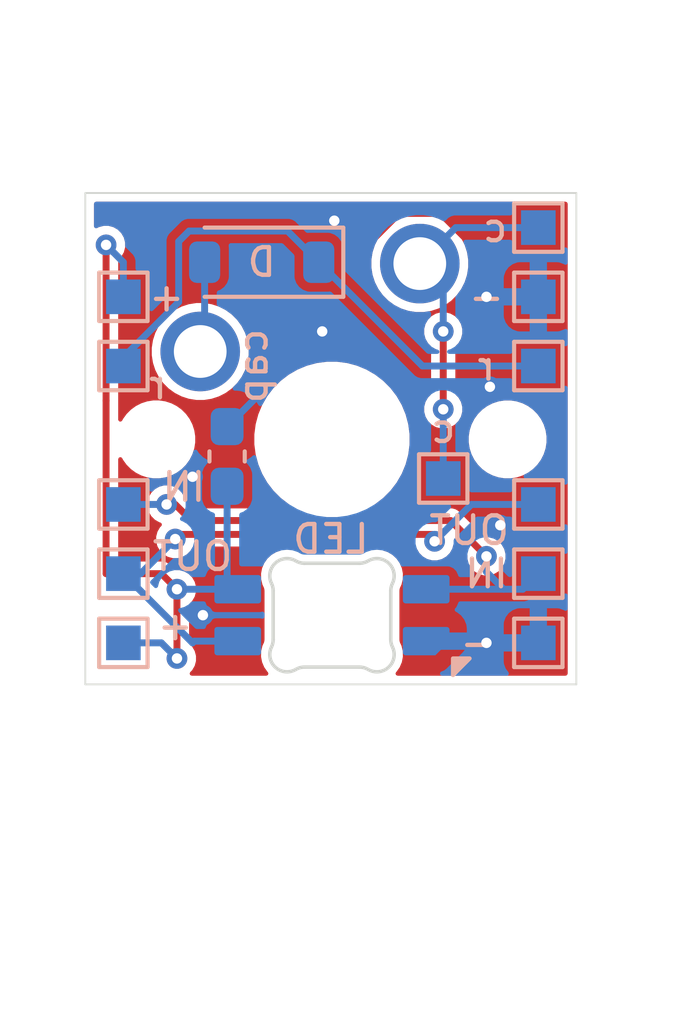
<source format=kicad_pcb>
(kicad_pcb (version 20241229) (generator "pcbnew") (generator_version "9.0")
  (layers (0 "F.Cu" signal) (2 "B.Cu" signal) (13 "F.Paste" user) (15 "B.Paste" user) (5 "F.SilkS" user "F.Silkscreen") (7 "B.SilkS" user "B.Silkscreen") (1 "F.Mask" user) (3 "B.Mask" user) (25 "Edge.Cuts" user))
  (net 0 "")
  (net 1 "Net-(D1-A)")
  (net 2 "/row")
  (net 3 "/col")
  (net 4 "/DIN")
  (net 5 "/DOUT")
  (net 6 "VSS")
  (net 7 "VDD")
  (footprint "PCM_marbastlib-mx:SW_MX_1u" (layer "F.Cu") (at 138.0325 96.62)
    (property "Reference" "MX1" (hide yes))
    (property "Value" "MX_SW_solder" (hide yes))
    (pad "" np_thru_hole circle (at -5.08 0) (size 1.75 1.75) (drill 1.75) (layers "*.Cu" "*.Mask"))
    (pad "" np_thru_hole circle (at 0 0) (size 3.9878 3.9878) (drill 3.9878) (layers "*.Cu" "*.Mask"))
    (pad "" np_thru_hole circle (at 5.08 0) (size 1.75 1.75) (drill 1.75) (layers "*.Cu" "*.Mask"))
    (pad "1" thru_hole circle (at -3.81 -2.54) (size 2.3 2.3) (drill 1.524) (layers "*.Cu" "B.Mask") (net 1 "Net-(D1-A)"))
    (pad "2" thru_hole circle (at 2.54 -5.08) (size 2.3 2.3) (drill 1.524) (layers "*.Cu" "B.Mask") (net 3 "/col"))
  )
  (footprint "PCM_marbastlib-mx:LED_MX_6028R" (layer "B.Cu") (at 138.0325 101.7 180)
    (property "Reference" "LED" (at 0.0325 2.2 0) (layer "B.SilkS") (effects (font (size 0.8 0.8) (thickness 0.125)) (justify mirror)))
    (property "Value" "MX_SK6812MINI-E" (hide yes))
    (fp_poly (pts (xy -3.5 -1.25) (xy -3.5 -1.73) (xy -3.98 -1.25) (xy -3.5 -1.25)) (stroke (width 0.12)) (fill yes) (layer "B.SilkS"))
    (fp_line (start 1.699999 -0.702841) (end 1.699999 0.702843) (stroke (width 0.1)) (layer "Edge.Cuts"))
    (fp_line (start 0.794452 1.5) (end -0.794453 1.5) (stroke (width 0.1)) (layer "Edge.Cuts"))
    (fp_line (start -0.794452 -1.499999) (end 0.794452 -1.499999) (stroke (width 0.1)) (layer "Edge.Cuts"))
    (fp_line (start -1.699999 0.702843) (end -1.699999 -0.702841) (stroke (width 0.1)) (layer "Edge.Cuts"))
    (fp_arc (start 1.749484 0.919721) (mid 1.712526 0.814069) (end 1.699999 0.702843) (stroke (width 0.1)) (layer "Edge.Cuts"))
    (fp_arc (start 1.749484 0.919721) (mid 1.638072 1.504036) (end 1.046711 1.5683) (stroke (width 0.1)) (layer "Edge.Cuts"))
    (fp_arc (start 1.699999 -0.702842) (mid 1.712536 -0.814064) (end 1.749484 -0.919719) (stroke (width 0.1)) (layer "Edge.Cuts"))
    (fp_arc (start 1.046711 -1.568296) (mid 1.63807 -1.504033) (end 1.749484 -0.919719) (stroke (width 0.1)) (layer "Edge.Cuts"))
    (fp_arc (start 1.04671 -1.568298) (mid 0.925122 -1.517376) (end 0.794452 -1.499999) (stroke (width 0.1)) (layer "Edge.Cuts"))
    (fp_arc (start 0.794453 1.500001) (mid 0.925123 1.517378) (end 1.046711 1.5683) (stroke (width 0.1)) (layer "Edge.Cuts"))
    (fp_arc (start -0.794452 -1.499999) (mid -0.925123 -1.517376) (end -1.046711 -1.568298) (stroke (width 0.1)) (layer "Edge.Cuts"))
    (fp_arc (start -1.046711 1.568299) (mid -0.925123 1.517377) (end -0.794453 1.5) (stroke (width 0.1)) (layer "Edge.Cuts"))
    (fp_arc (start -1.046711 1.568299) (mid -1.63807 1.504035) (end -1.749484 0.919721) (stroke (width 0.1)) (layer "Edge.Cuts"))
    (fp_arc (start -1.699999 0.702844) (mid -1.712527 0.814069) (end -1.749484 0.919721) (stroke (width 0.1)) (layer "Edge.Cuts"))
    (fp_arc (start -1.749484 -0.919718) (mid -1.638072 -1.504034) (end -1.046711 -1.568298) (stroke (width 0.1)) (layer "Edge.Cuts"))
    (fp_arc (start -1.749484 -0.919719) (mid -1.712527 -0.814067) (end -1.699999 -0.702841) (stroke (width 0.1)) (layer "Edge.Cuts"))
    (pad "1" smd roundrect (at 2.725 0.75 90) (size 0.82 1.35) (layers "B.Cu" "B.Mask" "B.Paste") (roundrect_rratio 0.1) (net 7 "VDD"))
    (pad "2" smd roundrect (at 2.725 -0.75 90) (size 0.82 1.35) (layers "B.Cu" "B.Mask" "B.Paste") (roundrect_rratio 0.1) (net 5 "/DOUT"))
    (pad "3" smd roundrect (at -2.725 0.75 90) (size 0.82 1.35) (layers "B.Cu" "B.Mask" "B.Paste") (roundrect_rratio 0.1) (net 4 "/DIN"))
    (pad "4" smd roundrect (at -2.725 -0.75 90) (size 0.82 1.35) (layers "B.Cu" "B.Mask" "B.Paste") (roundrect_rratio 0.1) (chamfer_ratio 0.5) (chamfer bottom_left) (net 6 "VSS"))
  )
  (footprint "TestPoint:TestPoint_Pad_1.0x1.0mm" (layer "B.Cu") (at 144 100.5 180)
    (property "Reference" "IN" (at 1.5 0 0) (layer "B.SilkS") (effects (font (size 0.8 0.8) (thickness 0.125) (bold yes)) (justify mirror)))
    (property "Value" "DIN right")
    (fp_line (start 0.7 0.7) (end 0.7 -0.7) (stroke (width 0.12)) (layer "B.SilkS"))
    (fp_line (start 0.7 -0.7) (end -0.7 -0.7) (stroke (width 0.12)) (layer "B.SilkS"))
    (fp_line (start -0.7 0.7) (end 0.7 0.7) (stroke (width 0.12)) (layer "B.SilkS"))
    (fp_line (start -0.7 -0.7) (end -0.7 0.7) (stroke (width 0.12)) (layer "B.SilkS"))
    (pad "1" smd rect (at 0 0 180) (size 1 1) (layers "B.Cu" "B.Mask") (net 4 "/DIN"))
  )
  (footprint "TestPoint:TestPoint_Pad_1.0x1.0mm" (layer "B.Cu") (at 144 98.5 180)
    (property "Reference" "OUT" (at 2 -0.75 0) (layer "B.SilkS") (effects (font (size 0.8 0.8) (thickness 0.125) (bold yes)) (justify mirror)))
    (property "Value" "DOUT right")
    (fp_line (start 0.7 0.7) (end 0.7 -0.7) (stroke (width 0.12)) (layer "B.SilkS"))
    (fp_line (start 0.7 -0.7) (end -0.7 -0.7) (stroke (width 0.12)) (layer "B.SilkS"))
    (fp_line (start -0.7 0.7) (end 0.7 0.7) (stroke (width 0.12)) (layer "B.SilkS"))
    (fp_line (start -0.7 -0.7) (end -0.7 0.7) (stroke (width 0.12)) (layer "B.SilkS"))
    (pad "1" smd rect (at 0 0 180) (size 1 1) (layers "B.Cu" "B.Mask") (net 5 "/DOUT"))
  )
  (footprint "Capacitor_SMD:C_0603_1608Metric_Pad1.08x0.95mm_HandSolder" (layer "B.Cu") (at 135 97.1125 -90)
    (property "Reference" "cap" (at -2.6125 -0.75 90) (layer "B.SilkS") (effects (font (size 0.8 0.8) (thickness 0.125) (bold yes)) (justify mirror)))
    (property "Value" "C")
    (fp_line (start -0.146267 0.51) (end 0.146267 0.51) (stroke (width 0.12)) (layer "B.SilkS"))
    (fp_line (start -0.146267 -0.51) (end 0.146267 -0.51) (stroke (width 0.12)) (layer "B.SilkS"))
    (pad "1" smd roundrect (at -0.8625 0 270) (size 1.075 0.95) (layers "B.Cu" "B.Mask" "B.Paste") (net 6 "VSS"))
    (pad "2" smd roundrect (at 0.8625 0 270) (size 1.075 0.95) (layers "B.Cu" "B.Mask" "B.Paste") (net 7 "VDD"))
  )
  (footprint "TestPoint:TestPoint_Pad_1.0x1.0mm" (layer "B.Cu") (at 144 92.5 180)
    (property "Reference" "-" (at 1.5 0 0) (layer "B.SilkS") (effects (font (size 0.8 0.8) (thickness 0.125)) (justify mirror)))
    (property "Value" "VSS top")
    (fp_line (start 0.7 0.7) (end 0.7 -0.7) (stroke (width 0.12)) (layer "B.SilkS"))
    (fp_line (start 0.7 -0.7) (end -0.7 -0.7) (stroke (width 0.12)) (layer "B.SilkS"))
    (fp_line (start -0.7 0.7) (end 0.7 0.7) (stroke (width 0.12)) (layer "B.SilkS"))
    (fp_line (start -0.7 -0.7) (end -0.7 0.7) (stroke (width 0.12)) (layer "B.SilkS"))
    (pad "1" smd rect (at 0 0 180) (size 1 1) (layers "B.Cu" "B.Mask") (net 6 "VSS"))
  )
  (footprint "TestPoint:TestPoint_Pad_1.0x1.0mm" (layer "B.Cu") (at 132 94.5 180)
    (property "Reference" "r" (at -1 -0.539554 0) (layer "B.SilkS") (effects (font (size 0.8 0.8) (thickness 0.125) (bold yes)) (justify mirror)))
    (property "Value" "row left")
    (fp_line (start 0.7 0.7) (end 0.7 -0.7) (stroke (width 0.12)) (layer "B.SilkS"))
    (fp_line (start 0.7 -0.7) (end -0.7 -0.7) (stroke (width 0.12)) (layer "B.SilkS"))
    (fp_line (start -0.7 0.7) (end 0.7 0.7) (stroke (width 0.12)) (layer "B.SilkS"))
    (fp_line (start -0.7 -0.7) (end -0.7 0.7) (stroke (width 0.12)) (layer "B.SilkS"))
    (pad "1" smd rect (at 0 0 180) (size 1 1) (layers "B.Cu" "B.Mask") (net 2 "/row"))
  )
  (footprint "TestPoint:TestPoint_Pad_1.0x1.0mm" (layer "B.Cu") (at 132 92.5 180)
    (property "Reference" "+" (at -1.25 0 0) (layer "B.SilkS") (effects (font (size 0.8 0.8) (thickness 0.125) (bold yes)) (justify mirror)))
    (property "Value" "VDD top")
    (fp_line (start 0.7 0.7) (end 0.7 -0.7) (stroke (width 0.12)) (layer "B.SilkS"))
    (fp_line (start 0.7 -0.7) (end -0.7 -0.7) (stroke (width 0.12)) (layer "B.SilkS"))
    (fp_line (start -0.7 0.7) (end 0.7 0.7) (stroke (width 0.12)) (layer "B.SilkS"))
    (fp_line (start -0.7 -0.7) (end -0.7 0.7) (stroke (width 0.12)) (layer "B.SilkS"))
    (pad "1" smd rect (at 0 0 180) (size 1 1) (layers "B.Cu" "B.Mask") (net 7 "VDD"))
  )
  (footprint "TestPoint:TestPoint_Pad_1.0x1.0mm" (layer "B.Cu") (at 144 102.5 180)
    (property "Reference" "-" (at 1.75 0 0) (layer "B.SilkS") (effects (font (size 0.8 0.8) (thickness 0.125) (bold yes)) (justify mirror)))
    (property "Value" "VSS bottom")
    (fp_line (start 0.7 0.7) (end 0.7 -0.7) (stroke (width 0.12)) (layer "B.SilkS"))
    (fp_line (start 0.7 -0.7) (end -0.7 -0.7) (stroke (width 0.12)) (layer "B.SilkS"))
    (fp_line (start -0.7 0.7) (end 0.7 0.7) (stroke (width 0.12)) (layer "B.SilkS"))
    (fp_line (start -0.7 -0.7) (end -0.7 0.7) (stroke (width 0.12)) (layer "B.SilkS"))
    (pad "1" smd rect (at 0 0 180) (size 1 1) (layers "B.Cu" "B.Mask") (net 6 "VSS"))
  )
  (footprint "TestPoint:TestPoint_Pad_1.0x1.0mm" (layer "B.Cu") (at 141.25 97.75 180)
    (property "Reference" "c" (at 0 1.448 0) (layer "B.SilkS") (effects (font (size 0.8 0.8) (thickness 0.125) (bold yes)) (justify mirror)))
    (property "Value" "col bottom")
    (fp_line (start 0.7 0.7) (end 0.7 -0.7) (stroke (width 0.12)) (layer "B.SilkS"))
    (fp_line (start 0.7 -0.7) (end -0.7 -0.7) (stroke (width 0.12)) (layer "B.SilkS"))
    (fp_line (start -0.7 0.7) (end 0.7 0.7) (stroke (width 0.12)) (layer "B.SilkS"))
    (fp_line (start -0.7 -0.7) (end -0.7 0.7) (stroke (width 0.12)) (layer "B.SilkS"))
    (pad "1" smd rect (at 0 0 180) (size 1 1) (layers "B.Cu" "B.Mask") (net 3 "/col"))
  )
  (footprint "TestPoint:TestPoint_Pad_1.0x1.0mm" (layer "B.Cu") (at 132 102.5 180)
    (property "Reference" "+" (at -1.5 0.5 0) (layer "B.SilkS") (effects (font (size 0.8 0.8) (thickness 0.125) (bold yes)) (justify mirror)))
    (property "Value" "VDD bottom")
    (fp_line (start 0.7 0.7) (end 0.7 -0.7) (stroke (width 0.12)) (layer "B.SilkS"))
    (fp_line (start 0.7 -0.7) (end -0.7 -0.7) (stroke (width 0.12)) (layer "B.SilkS"))
    (fp_line (start -0.7 0.7) (end 0.7 0.7) (stroke (width 0.12)) (layer "B.SilkS"))
    (fp_line (start -0.7 -0.7) (end -0.7 0.7) (stroke (width 0.12)) (layer "B.SilkS"))
    (pad "1" smd rect (at 0 0 180) (size 1 1) (layers "B.Cu" "B.Mask") (net 7 "VDD"))
  )
  (footprint "TestPoint:TestPoint_Pad_1.0x1.0mm" (layer "B.Cu") (at 132 98.5 180)
    (property "Reference" "IN" (at -1.75 0.5 0) (layer "B.SilkS") (effects (font (size 0.8 0.8) (thickness 0.125) (bold yes)) (justify mirror)))
    (property "Value" "DIN left")
    (fp_line (start 0.7 0.7) (end 0.7 -0.7) (stroke (width 0.12)) (layer "B.SilkS"))
    (fp_line (start 0.7 -0.7) (end -0.7 -0.7) (stroke (width 0.12)) (layer "B.SilkS"))
    (fp_line (start -0.7 0.7) (end 0.7 0.7) (stroke (width 0.12)) (layer "B.SilkS"))
    (fp_line (start -0.7 -0.7) (end -0.7 0.7) (stroke (width 0.12)) (layer "B.SilkS"))
    (pad "1" smd rect (at 0 0 180) (size 1 1) (layers "B.Cu" "B.Mask") (net 4 "/DIN"))
  )
  (footprint "TestPoint:TestPoint_Pad_1.0x1.0mm" (layer "B.Cu") (at 144 94.5 180)
    (property "Reference" "r" (at 1.5 0 0) (layer "B.SilkS") (effects (font (size 0.8 0.8) (thickness 0.125) (bold yes)) (justify mirror)))
    (property "Value" "row right")
    (fp_line (start 0.7 0.7) (end 0.7 -0.7) (stroke (width 0.12)) (layer "B.SilkS"))
    (fp_line (start 0.7 -0.7) (end -0.7 -0.7) (stroke (width 0.12)) (layer "B.SilkS"))
    (fp_line (start -0.7 0.7) (end 0.7 0.7) (stroke (width 0.12)) (layer "B.SilkS"))
    (fp_line (start -0.7 -0.7) (end -0.7 0.7) (stroke (width 0.12)) (layer "B.SilkS"))
    (pad "1" smd rect (at 0 0 180) (size 1 1) (layers "B.Cu" "B.Mask") (net 2 "/row"))
  )
  (footprint "TestPoint:TestPoint_Pad_1.0x1.0mm" (layer "B.Cu") (at 132 100.5 180)
    (property "Reference" "OUT" (at -2 0.5 0) (layer "B.SilkS") (effects (font (size 0.8 0.8) (thickness 0.125) (bold yes)) (justify mirror)))
    (property "Value" "DOUT left")
    (fp_line (start 0.7 0.7) (end 0.7 -0.7) (stroke (width 0.12)) (layer "B.SilkS"))
    (fp_line (start 0.7 -0.7) (end -0.7 -0.7) (stroke (width 0.12)) (layer "B.SilkS"))
    (fp_line (start -0.7 0.7) (end 0.7 0.7) (stroke (width 0.12)) (layer "B.SilkS"))
    (fp_line (start -0.7 -0.7) (end -0.7 0.7) (stroke (width 0.12)) (layer "B.SilkS"))
    (pad "1" smd rect (at 0 0 180) (size 1 1) (layers "B.Cu" "B.Mask") (net 5 "/DOUT"))
  )
  (footprint "TestPoint:TestPoint_Pad_1.0x1.0mm" (layer "B.Cu") (at 144 90.5 180)
    (property "Reference" "c" (at 1.25 0 0) (layer "B.SilkS") (effects (font (size 0.8 0.8) (thickness 0.125)) (justify mirror)))
    (property "Value" "col top")
    (fp_line (start 0.7 0.7) (end 0.7 -0.7) (stroke (width 0.12)) (layer "B.SilkS"))
    (fp_line (start 0.7 -0.7) (end -0.7 -0.7) (stroke (width 0.12)) (layer "B.SilkS"))
    (fp_line (start -0.7 0.7) (end 0.7 0.7) (stroke (width 0.12)) (layer "B.SilkS"))
    (fp_line (start -0.7 -0.7) (end -0.7 0.7) (stroke (width 0.12)) (layer "B.SilkS"))
    (pad "1" smd rect (at 0 0 180) (size 1 1) (layers "B.Cu" "B.Mask") (net 3 "/col"))
  )
  (footprint "Diode_SMD:D_SOD-123" (layer "B.Cu") (at 136 91.5 180)
    (property "Reference" "D" (at 0 0 0) (layer "B.SilkS") (effects (font (size 0.8 0.8) (thickness 0.125) (bold yes)) (justify mirror)))
    (property "Value" "1N4148W")
    (fp_line (start -2.36 1) (end 1.65 1) (stroke (width 0.12)) (layer "B.SilkS"))
    (fp_line (start -2.36 1) (end -2.36 -1) (stroke (width 0.12)) (layer "B.SilkS"))
    (fp_line (start -2.36 -1) (end 1.65 -1) (stroke (width 0.12)) (layer "B.SilkS"))
    (pad "1" smd roundrect (at -1.65 0 180) (size 0.9 1.2) (layers "B.Cu" "B.Mask" "B.Paste") (net 2 "/row"))
    (pad "2" smd roundrect (at 1.65 0 180) (size 0.9 1.2) (layers "B.Cu" "B.Mask" "B.Paste") (net 1 "Net-(D1-A)"))
  )
  (gr_line (start 130.9 89.5) (end 145.1 89.5) (stroke (width 0.05)) (layer "Edge.Cuts"))
  (gr_line (start 145.1 103.699999) (end 130.9 103.699999) (stroke (width 0.05)) (layer "Edge.Cuts"))
  (gr_line (start 145.1 89.5) (end 145.1 103.699999) (stroke (width 0.05)) (layer "Edge.Cuts"))
  (gr_line (start 130.9 103.7) (end 130.9 89.5) (stroke (width 0.05)) (layer "Edge.Cuts"))
  (segment (start 134.35 91.5) (end 134.35 93.9525) (width 0.2) (layer "B.Cu") (net 1))
  (segment (start 134.35 93.9525) (end 134.2225 94.08) (width 0.2) (layer "B.Cu") (net 1))
  (segment (start 133.90089 90.599) (end 133.599 90.90089) (width 0.2) (layer "B.Cu") (net 2))
  (segment (start 137.65 91.5) (end 136.749 90.599) (width 0.2) (layer "B.Cu") (net 2))
  (segment (start 136.749 90.599) (end 133.90089 90.599) (width 0.2) (layer "B.Cu") (net 2))
  (segment (start 133.599 92.651476) (end 132 94.250476) (width 0.2) (layer "B.Cu") (net 2))
  (segment (start 132 94.250476) (end 132 94.5) (width 0.2) (layer "B.Cu") (net 2))
  (segment (start 140.65 94.5) (end 144 94.5) (width 0.2) (layer "B.Cu") (net 2))
  (segment (start 133.599 90.90089) (end 133.599 92.651476) (width 0.2) (layer "B.Cu") (net 2))
  (segment (start 137.65 91.5) (end 140.65 94.5) (width 0.2) (layer "B.Cu") (net 2))
  (segment (start 141.25 93.5) (end 141.25 95.75) (width 0.2) (layer "F.Cu") (net 3))
  (via (at 141.25 95.75) (size 0.6) (drill 0.3) (layers "F.Cu" "B.Cu") (net 3))
  (via (at 141.25 93.5) (size 0.6) (drill 0.3) (layers "F.Cu" "B.Cu") (net 3))
  (segment (start 141.6125 90.5) (end 140.5725 91.54) (width 0.2) (layer "B.Cu") (net 3))
  (segment (start 141.25 92.2175) (end 141.25 93.5) (width 0.2) (layer "B.Cu") (net 3))
  (segment (start 144 90.5) (end 141.6125 90.5) (width 0.2) (layer "B.Cu") (net 3))
  (segment (start 140.5725 91.54) (end 141.25 92.2175) (width 0.2) (layer "B.Cu") (net 3))
  (segment (start 141.25 95.75) (end 141.25 97.75) (width 0.2) (layer "B.Cu") (net 3))
  (segment (start 133.9649 98.9649) (end 141.4649 98.9649) (width 0.2) (layer "F.Cu") (net 4))
  (segment (start 133.5 98.5) (end 133.9649 98.9649) (width 0.2) (layer "F.Cu") (net 4))
  (segment (start 141.4649 98.9649) (end 142.5 100) (width 0.2) (layer "F.Cu") (net 4))
  (via (at 142.5 100) (size 0.6) (drill 0.3) (layers "F.Cu" "B.Cu") (net 4))
  (via (at 133.25 98.5) (size 0.6) (drill 0.3) (layers "F.Cu" "B.Cu") (net 4))
  (segment (start 142.5 100.45) (end 143 100.95) (width 0.2) (layer "B.Cu") (net 4))
  (segment (start 142.5 100) (end 142.5 100.45) (width 0.2) (layer "B.Cu") (net 4))
  (segment (start 143 100.95) (end 143.55 100.95) (width 0.2) (layer "B.Cu") (net 4))
  (segment (start 140.7575 100.95) (end 143 100.95) (width 0.2) (layer "B.Cu") (net 4))
  (segment (start 132 98.5) (end 133.25 98.5) (width 0.2) (layer "B.Cu") (net 4))
  (segment (start 143.55 100.95) (end 144 100.5) (width 0.2) (layer "B.Cu") (net 4))
  (segment (start 141 99.3659) (end 141 99.5649) (width 0.2) (layer "F.Cu") (net 5))
  (segment (start 133.6341 99.3659) (end 141 99.3659) (width 0.2) (layer "F.Cu") (net 5))
  (segment (start 133.5 99.5) (end 133.6341 99.3659) (width 0.2) (layer "F.Cu") (net 5))
  (via (at 133.5 99.5) (size 0.6) (drill 0.3) (layers "F.Cu" "B.Cu") (net 5))
  (via (at 141 99.5649) (size 0.6) (drill 0.3) (layers "F.Cu" "B.Cu") (net 5))
  (segment (start 132.5 100.5) (end 133.5 99.5) (width 0.2) (layer "B.Cu") (net 5))
  (segment (start 142.0649 98.5) (end 144 98.5) (width 0.2) (layer "B.Cu") (net 5))
  (segment (start 134.05 102.45) (end 135.3075 102.45) (width 0.2) (layer "B.Cu") (net 5))
  (segment (start 141 99.5649) (end 142.0649 98.5) (width 0.2) (layer "B.Cu") (net 5))
  (segment (start 132 100.5) (end 134 102.5) (width 0.2) (layer "B.Cu") (net 5))
  (segment (start 134 102.5) (end 134.05 102.45) (width 0.2) (layer "B.Cu") (net 5))
  (segment (start 132 100.5) (end 132.5 100.5) (width 0.2) (layer "B.Cu") (net 5))
  (segment (start 139.971476 90.089) (end 141.173524 90.089) (width 0.2) (layer "F.Cu") (net 6))
  (segment (start 142.5 91.415476) (end 142.5 92.5) (width 0.2) (layer "F.Cu") (net 6))
  (segment (start 144.3385 94.3385) (end 144.3385 100.6615) (width 0.2) (layer "F.Cu") (net 6))
  (segment (start 142.5 92.5) (end 144.3385 94.3385) (width 0.2) (layer "F.Cu") (net 6))
  (segment (start 144.3385 100.6615) (end 142.5 102.5) (width 0.2) (layer "F.Cu") (net 6))
  (segment (start 137.75 92.310476) (end 139.971476 90.089) (width 0.2) (layer "F.Cu") (net 6))
  (segment (start 141.173524 90.089) (end 142.5 91.415476) (width 0.2) (layer "F.Cu") (net 6))
  (segment (start 137.75 93.5) (end 137.75 92.310476) (width 0.2) (layer "F.Cu") (net 6))
  (via (at 137.75 93.5) (size 0.6) (drill 0.3) (layers "F.Cu" "B.Cu") (net 6))
  (via (at 142.9 99.1) (size 0.6) (drill 0.3) (layers "F.Cu" "B.Cu") (net 6))
  (via (at 142.5 102.5) (size 0.6) (drill 0.3) (layers "F.Cu" "B.Cu") (net 6))
  (via (at 134.3 101.7) (size 0.6) (drill 0.3) (layers "F.Cu" "B.Cu") (net 6))
  (via (at 142.6 95.1) (size 0.6) (drill 0.3) (layers "F.Cu" "B.Cu") (net 6))
  (via (at 138.1 90.3) (size 0.6) (drill 0.3) (layers "F.Cu" "B.Cu") (net 6))
  (via (at 134 97.7) (size 0.6) (drill 0.3) (layers "F.Cu" "B.Cu") (net 6))
  (via (at 142.5 92.5) (size 0.6) (drill 0.3) (layers "F.Cu" "B.Cu") (net 6))
  (segment (start 144 92.5) (end 142.5 92.5) (width 0.2) (layer "B.Cu") (net 6))
  (segment (start 140.7575 102.45) (end 143.95 102.45) (width 0.2) (layer "B.Cu") (net 6))
  (segment (start 143.95 102.45) (end 144 102.5) (width 0.2) (layer "B.Cu") (net 6))
  (segment (start 143.5 102.5) (end 143.45 102.45) (width 0.2) (layer "B.Cu") (net 6))
  (segment (start 144 102.5) (end 143.5 102.5) (width 0.2) (layer "B.Cu") (net 6))
  (segment (start 135 96.25) (end 137.75 93.5) (width 0.2) (layer "B.Cu") (net 6))
  (segment (start 135 96.6375) (end 134.969 96.6065) (width 0.2) (layer "B.Cu") (net 6))
  (segment (start 131.5 95.5) (end 131.5 100.5) (width 0.2) (layer "F.Cu") (net 7))
  (segment (start 133.5 103) (end 133.55 102.95) (width 0.2) (layer "F.Cu") (net 7))
  (segment (start 133.55 100.95) (end 133.1 100.5) (width 0.2) (layer "F.Cu") (net 7))
  (segment (start 131.5 91) (end 131.5 95.5) (width 0.2) (layer "F.Cu") (net 7))
  (segment (start 133.55 100.95) (end 133.55 102.95) (width 0.2) (layer "F.Cu") (net 7))
  (segment (start 133.1 100.5) (end 131.5 100.5) (width 0.2) (layer "F.Cu") (net 7))
  (via (at 133.55 102.95) (size 0.6) (drill 0.3) (layers "F.Cu" "B.Cu") (net 7))
  (via (at 131.5 91) (size 0.6) (drill 0.3) (layers "F.Cu" "B.Cu") (net 7))
  (via (at 133.55 100.95) (size 0.6) (drill 0.3) (layers "F.Cu" "B.Cu") (net 7))
  (segment (start 135 97.975) (end 135 100.6425) (width 0.2) (layer "B.Cu") (net 7))
  (segment (start 135 100.6425) (end 135.3075 100.95) (width 0.2) (layer "B.Cu") (net 7))
  (segment (start 132 102.5) (end 133.1 102.5) (width 0.2) (layer "B.Cu") (net 7))
  (segment (start 133.5 101) (end 133.55 100.95) (width 0.2) (layer "B.Cu") (net 7))
  (segment (start 132 91.5) (end 131.5 91) (width 0.2) (layer "B.Cu") (net 7))
  (segment (start 133.1 102.5) (end 133.55 102.95) (width 0.2) (layer "B.Cu") (net 7))
  (segment (start 132 92.5) (end 132 91.5) (width 0.2) (layer "B.Cu") (net 7))
  (segment (start 135.3075 100.95) (end 133.55 100.95) (width 0.2) (layer "B.Cu") (net 7))
  (zone (net 6) (net_name "VSS") (layer "F.Cu") (connect_pads (clearance 0.25)) (min_thickness 0.125) (fill yes (thermal_gap 0.5) (thermal_bridge_width 0.5))
    (polygon (pts (xy 131 89.6) (xy 145 89.6) (xy 145 103.6) (xy 131 103.6)))
  )
  (zone (net 6) (net_name "VSS") (layer "B.Cu") (priority 1) (connect_pads (clearance 0.25)) (min_thickness 0.125) (fill yes (thermal_gap 0.5) (thermal_bridge_width 0.5))
    (polygon (pts (xy 131 89.6) (xy 145 89.6) (xy 145 103.6) (xy 131 103.6)))
  )
)
</source>
